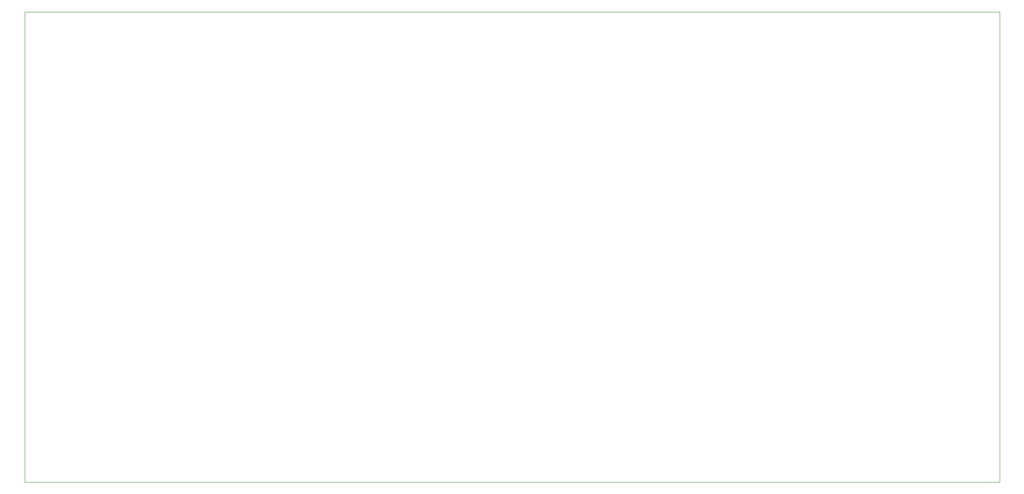
<source format=gm1>
G04 #@! TF.GenerationSoftware,KiCad,Pcbnew,7.0.2*
G04 #@! TF.CreationDate,2023-07-17T11:55:21+02:00*
G04 #@! TF.ProjectId,Module_3,4d6f6475-6c65-45f3-932e-6b696361645f,rev?*
G04 #@! TF.SameCoordinates,Original*
G04 #@! TF.FileFunction,Profile,NP*
%FSLAX46Y46*%
G04 Gerber Fmt 4.6, Leading zero omitted, Abs format (unit mm)*
G04 Created by KiCad (PCBNEW 7.0.2) date 2023-07-17 11:55:21*
%MOMM*%
%LPD*%
G01*
G04 APERTURE LIST*
G04 #@! TA.AperFunction,Profile*
%ADD10C,0.100000*%
G04 #@! TD*
G04 APERTURE END LIST*
D10*
X47625000Y-46128000D02*
X234315000Y-46128000D01*
X234315000Y-136298000D01*
X47625000Y-136298000D01*
X47625000Y-46128000D01*
M02*

</source>
